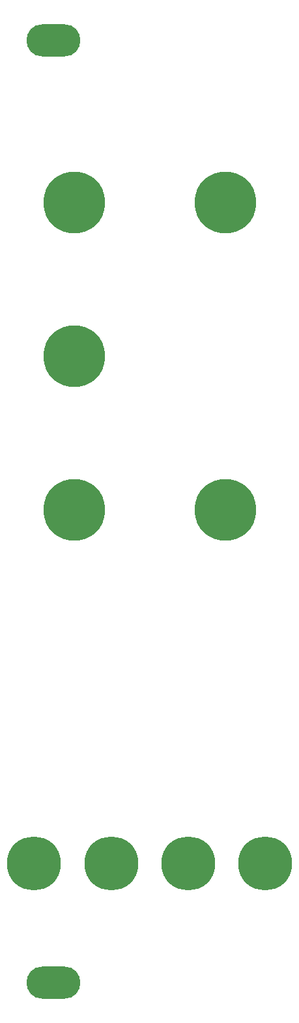
<source format=gbr>
%TF.GenerationSoftware,KiCad,Pcbnew,6.0.9+dfsg-1~bpo11+1*%
%TF.CreationDate,2023-01-13T02:31:21+08:00*%
%TF.ProjectId,MiniVerb - Front,4d696e69-5665-4726-9220-2d2046726f6e,rev?*%
%TF.SameCoordinates,Original*%
%TF.FileFunction,Soldermask,Bot*%
%TF.FilePolarity,Negative*%
%FSLAX46Y46*%
G04 Gerber Fmt 4.6, Leading zero omitted, Abs format (unit mm)*
G04 Created by KiCad (PCBNEW 6.0.9+dfsg-1~bpo11+1) date 2023-01-13 02:31:21*
%MOMM*%
%LPD*%
G01*
G04 APERTURE LIST*
%ADD10O,7.000000X4.200000*%
%ADD11C,8.000000*%
%ADD12C,7.000000*%
G04 APERTURE END LIST*
D10*
%TO.C,REF\u002A\u002A*%
X127500000Y-157501088D03*
X127500000Y-35001088D03*
%TD*%
D11*
%TO.C,REF\u002A\u002A*%
X149900000Y-96070000D03*
%TD*%
%TO.C,REF\u002A\u002A*%
X130190000Y-76100000D03*
%TD*%
D12*
%TO.C,REF\u002A\u002A*%
X124990000Y-142000000D03*
%TD*%
D11*
%TO.C,REF\u002A\u002A*%
X130180000Y-96050000D03*
%TD*%
%TO.C,REF\u002A\u002A*%
X149900000Y-56050000D03*
%TD*%
%TO.C,REF\u002A\u002A*%
X130200000Y-56050000D03*
%TD*%
D12*
%TO.C,REF\u002A\u002A*%
X145000000Y-142000000D03*
%TD*%
%TO.C,REF\u002A\u002A*%
X135000000Y-142000000D03*
%TD*%
%TO.C,REF\u002A\u002A*%
X155010000Y-142000000D03*
%TD*%
M02*

</source>
